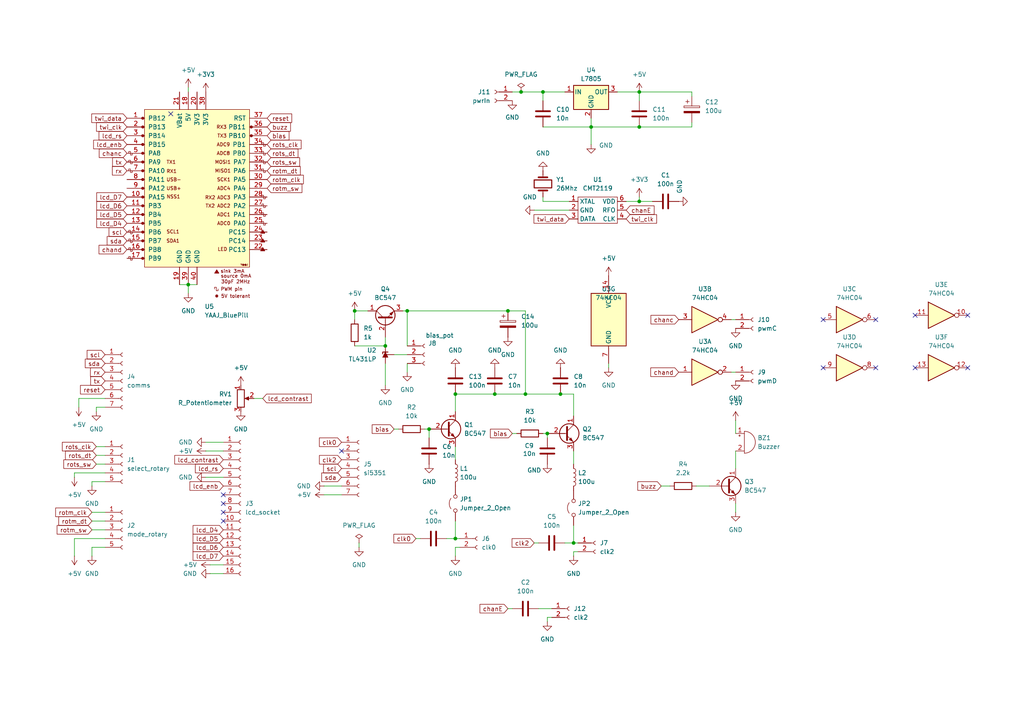
<source format=kicad_sch>
(kicad_sch (version 20231120) (generator "eeschema") (generator_version "8.0")
  (paper "A4")
  (junction (at 171.45 36.83))
  (junction (at 166.37 157.48))
  (junction (at 132.08 114.3))
  (junction (at 124.46 124.46))
  (junction (at 157.48 26.67))
  (junction (at 162.56 114.3))
  (junction (at 54.61 82.55))
  (junction (at 151.13 26.67))
  (junction (at 158.75 125.73))
  (junction (at 185.42 36.83))
  (junction (at 118.11 90.17))
  (junction (at 102.87 90.17))
  (junction (at 143.51 114.3))
  (junction (at 132.08 156.21))
  (junction (at 152.4 114.3))
  (junction (at 111.76 100.33))
  (junction (at 185.42 58.42))
  (junction (at 185.42 26.67))
  (junction (at 147.32 90.17))
  (no_connect (at 64.77 143.51))
  (no_connect (at 254 92.71))
  (no_connect (at 64.77 148.59))
  (no_connect (at 49.53 33.02))
  (no_connect (at 265.43 91.44))
  (no_connect (at 64.77 146.05))
  (no_connect (at 254 106.68))
  (no_connect (at 280.67 106.68))
  (no_connect (at 265.43 106.68))
  (no_connect (at 64.77 151.13))
  (no_connect (at 238.76 92.71))
  (no_connect (at 238.76 106.68))
  (no_connect (at 99.06 130.81))
  (no_connect (at 280.67 91.44))
  (wire (pts (xy 157.48 58.42) (xy 157.48 57.15)))
  (wire (pts (xy 166.37 130.81) (xy 166.37 134.62)))
  (wire (pts (xy 158.75 127) (xy 158.75 125.73)))
  (wire (pts (xy 200.66 35.56) (xy 200.66 36.83)))
  (wire (pts (xy 59.69 130.81) (xy 64.77 130.81)))
  (wire (pts (xy 118.11 105.41) (xy 118.11 107.95)))
  (wire (pts (xy 191.77 140.97) (xy 194.31 140.97)))
  (wire (pts (xy 59.69 138.43) (xy 64.77 138.43)))
  (wire (pts (xy 152.4 114.3) (xy 152.4 90.17)))
  (wire (pts (xy 171.45 36.83) (xy 171.45 41.91)))
  (wire (pts (xy 166.37 160.02) (xy 166.37 161.29)))
  (wire (pts (xy 213.36 146.05) (xy 213.36 148.59)))
  (wire (pts (xy 152.4 114.3) (xy 143.51 114.3)))
  (wire (pts (xy 26.67 148.59) (xy 30.48 148.59)))
  (wire (pts (xy 157.48 36.83) (xy 171.45 36.83)))
  (wire (pts (xy 213.36 130.81) (xy 213.36 135.89)))
  (wire (pts (xy 27.94 118.11) (xy 27.94 119.38)))
  (wire (pts (xy 213.36 121.92) (xy 213.36 125.73)))
  (wire (pts (xy 60.96 163.83) (xy 64.77 163.83)))
  (wire (pts (xy 167.64 160.02) (xy 166.37 160.02)))
  (wire (pts (xy 185.42 58.42) (xy 185.42 57.15)))
  (wire (pts (xy 26.67 153.67) (xy 30.48 153.67)))
  (wire (pts (xy 93.98 140.97) (xy 99.06 140.97)))
  (wire (pts (xy 102.87 90.17) (xy 102.87 92.71)))
  (wire (pts (xy 54.61 82.55) (xy 57.15 82.55)))
  (wire (pts (xy 157.48 26.67) (xy 157.48 29.21)))
  (wire (pts (xy 162.56 114.3) (xy 152.4 114.3)))
  (wire (pts (xy 111.76 97.79) (xy 111.76 100.33)))
  (wire (pts (xy 166.37 114.3) (xy 162.56 114.3)))
  (wire (pts (xy 133.35 158.75) (xy 132.08 158.75)))
  (wire (pts (xy 30.48 158.75) (xy 26.67 158.75)))
  (wire (pts (xy 60.96 166.37) (xy 64.77 166.37)))
  (wire (pts (xy 160.02 179.07) (xy 158.75 179.07)))
  (wire (pts (xy 200.66 26.67) (xy 185.42 26.67)))
  (wire (pts (xy 185.42 58.42) (xy 189.23 58.42)))
  (wire (pts (xy 93.98 143.51) (xy 99.06 143.51)))
  (wire (pts (xy 26.67 158.75) (xy 26.67 161.29)))
  (wire (pts (xy 165.1 60.96) (xy 154.94 60.96)))
  (wire (pts (xy 54.61 25.4) (xy 54.61 26.67)))
  (wire (pts (xy 21.59 156.21) (xy 21.59 161.29)))
  (wire (pts (xy 54.61 82.55) (xy 54.61 85.09)))
  (wire (pts (xy 181.61 58.42) (xy 185.42 58.42)))
  (wire (pts (xy 73.66 115.57) (xy 76.2 115.57)))
  (wire (pts (xy 166.37 157.48) (xy 167.64 157.48)))
  (wire (pts (xy 111.76 105.41) (xy 111.76 111.76)))
  (wire (pts (xy 166.37 152.4) (xy 166.37 157.48)))
  (wire (pts (xy 212.09 92.71) (xy 213.36 92.71)))
  (wire (pts (xy 163.83 26.67) (xy 157.48 26.67)))
  (wire (pts (xy 185.42 29.21) (xy 185.42 26.67)))
  (wire (pts (xy 200.66 27.94) (xy 200.66 26.67)))
  (wire (pts (xy 157.48 125.73) (xy 158.75 125.73)))
  (wire (pts (xy 166.37 120.65) (xy 166.37 114.3)))
  (wire (pts (xy 129.54 156.21) (xy 132.08 156.21)))
  (wire (pts (xy 176.53 105.41) (xy 176.53 106.68)))
  (wire (pts (xy 148.59 125.73) (xy 149.86 125.73)))
  (wire (pts (xy 152.4 90.17) (xy 147.32 90.17)))
  (wire (pts (xy 21.59 137.16) (xy 21.59 138.43)))
  (wire (pts (xy 212.09 107.95) (xy 213.36 107.95)))
  (wire (pts (xy 200.66 36.83) (xy 185.42 36.83)))
  (wire (pts (xy 171.45 34.29) (xy 171.45 36.83)))
  (wire (pts (xy 106.68 90.17) (xy 102.87 90.17)))
  (wire (pts (xy 132.08 114.3) (xy 143.51 114.3)))
  (wire (pts (xy 118.11 90.17) (xy 116.84 90.17)))
  (wire (pts (xy 30.48 137.16) (xy 21.59 137.16)))
  (wire (pts (xy 201.93 140.97) (xy 205.74 140.97)))
  (wire (pts (xy 102.87 100.33) (xy 111.76 100.33)))
  (wire (pts (xy 118.11 100.33) (xy 118.11 90.17)))
  (wire (pts (xy 132.08 129.54) (xy 132.08 133.35)))
  (wire (pts (xy 132.08 151.13) (xy 132.08 156.21)))
  (wire (pts (xy 30.48 139.7) (xy 26.67 139.7)))
  (wire (pts (xy 151.13 26.67) (xy 157.48 26.67)))
  (wire (pts (xy 30.48 156.21) (xy 21.59 156.21)))
  (wire (pts (xy 163.83 157.48) (xy 166.37 157.48)))
  (wire (pts (xy 132.08 114.3) (xy 132.08 119.38)))
  (wire (pts (xy 132.08 158.75) (xy 132.08 161.29)))
  (wire (pts (xy 156.21 176.53) (xy 160.02 176.53)))
  (wire (pts (xy 114.3 124.46) (xy 115.57 124.46)))
  (wire (pts (xy 123.19 124.46) (xy 124.46 124.46)))
  (wire (pts (xy 154.94 157.48) (xy 156.21 157.48)))
  (wire (pts (xy 132.08 156.21) (xy 133.35 156.21)))
  (wire (pts (xy 114.3 102.87) (xy 118.11 102.87)))
  (wire (pts (xy 26.67 139.7) (xy 26.67 140.97)))
  (wire (pts (xy 27.94 134.62) (xy 30.48 134.62)))
  (wire (pts (xy 165.1 58.42) (xy 157.48 58.42)))
  (wire (pts (xy 120.65 156.21) (xy 121.92 156.21)))
  (wire (pts (xy 52.07 82.55) (xy 54.61 82.55)))
  (wire (pts (xy 185.42 26.67) (xy 179.07 26.67)))
  (wire (pts (xy 158.75 179.07) (xy 158.75 180.34)))
  (wire (pts (xy 124.46 124.46) (xy 124.46 127)))
  (wire (pts (xy 27.94 132.08) (xy 30.48 132.08)))
  (wire (pts (xy 26.67 151.13) (xy 30.48 151.13)))
  (wire (pts (xy 171.45 36.83) (xy 185.42 36.83)))
  (wire (pts (xy 22.86 115.57) (xy 22.86 118.11)))
  (wire (pts (xy 147.32 176.53) (xy 148.59 176.53)))
  (wire (pts (xy 30.48 118.11) (xy 27.94 118.11)))
  (wire (pts (xy 59.69 128.27) (xy 64.77 128.27)))
  (wire (pts (xy 104.14 157.48) (xy 104.14 158.75)))
  (wire (pts (xy 27.94 129.54) (xy 30.48 129.54)))
  (wire (pts (xy 147.32 90.17) (xy 118.11 90.17)))
  (wire (pts (xy 148.59 26.67) (xy 151.13 26.67)))
  (wire (pts (xy 30.48 115.57) (xy 22.86 115.57)))
  (global_label "rots_sw" (shape input) (at 27.94 134.62 180) (property "Intersheetrefs" "${INTERSHEET_REFS}" (effects (hide yes))))
  (global_label "chanc" (shape input) (at 196.85 92.71 180) (property "Intersheetrefs" "${INTERSHEET_REFS}" (effects (hide yes))))
  (global_label "bias" (shape input) (at 114.3 124.46 180) (property "Intersheetrefs" "${INTERSHEET_REFS}" (effects (hide yes))))
  (global_label "buzz" (shape input) (at 77.47 36.83 0) (property "Intersheetrefs" "${INTERSHEET_REFS}" (effects (hide yes))))
  (global_label "rots_clk" (shape input) (at 27.94 129.54 180) (property "Intersheetrefs" "${INTERSHEET_REFS}" (effects (hide yes))))
  (global_label "lcd_rs" (shape input) (at 64.77 135.89 180) (property "Intersheetrefs" "${INTERSHEET_REFS}" (effects (hide yes))))
  (global_label "twi_data" (shape input) (at 165.1 63.5 180) (property "Intersheetrefs" "${INTERSHEET_REFS}" (effects (hide yes))))
  (global_label "buzz" (shape input) (at 191.77 140.97 180) (property "Intersheetrefs" "${INTERSHEET_REFS}" (effects (hide yes))))
  (global_label "lcd_enb" (shape input) (at 36.83 41.91 180) (property "Intersheetrefs" "${INTERSHEET_REFS}" (effects (hide yes))))
  (global_label "twi_data" (shape input) (at 36.83 34.29 180) (property "Intersheetrefs" "${INTERSHEET_REFS}" (effects (hide yes))))
  (global_label "clk2" (shape input) (at 154.94 157.48 180) (property "Intersheetrefs" "${INTERSHEET_REFS}" (effects (hide yes))))
  (global_label "rx" (shape input) (at 36.83 49.53 180) (property "Intersheetrefs" "${INTERSHEET_REFS}" (effects (hide yes))))
  (global_label "rots_dt" (shape input) (at 77.47 44.45 0) (property "Intersheetrefs" "${INTERSHEET_REFS}" (effects (hide yes))))
  (global_label "rotm_clk" (shape input) (at 26.67 148.59 180) (property "Intersheetrefs" "${INTERSHEET_REFS}" (effects (hide yes))))
  (global_label "chand" (shape input) (at 196.85 107.95 180) (property "Intersheetrefs" "${INTERSHEET_REFS}" (effects (hide yes))))
  (global_label "scl" (shape input) (at 99.06 135.89 180) (property "Intersheetrefs" "${INTERSHEET_REFS}" (effects (hide yes))))
  (global_label "lcd_D7" (shape input) (at 64.77 161.29 180) (property "Intersheetrefs" "${INTERSHEET_REFS}" (effects (hide yes))))
  (global_label "scl" (shape input) (at 30.48 102.87 180) (property "Intersheetrefs" "${INTERSHEET_REFS}" (effects (hide yes))))
  (global_label "bias" (shape input) (at 148.59 125.73 180) (property "Intersheetrefs" "${INTERSHEET_REFS}" (effects (hide yes))))
  (global_label "clk0" (shape input) (at 120.65 156.21 180) (property "Intersheetrefs" "${INTERSHEET_REFS}" (effects (hide yes))))
  (global_label "reset" (shape input) (at 30.48 113.03 180) (property "Intersheetrefs" "${INTERSHEET_REFS}" (effects (hide yes))))
  (global_label "rotm_clk" (shape input) (at 77.47 52.07 0) (property "Intersheetrefs" "${INTERSHEET_REFS}" (effects (hide yes))))
  (global_label "lcd_D5" (shape input) (at 64.77 156.21 180) (property "Intersheetrefs" "${INTERSHEET_REFS}" (effects (hide yes))))
  (global_label "lcd_D7" (shape input) (at 36.83 57.15 180) (property "Intersheetrefs" "${INTERSHEET_REFS}" (effects (hide yes))))
  (global_label "clk2" (shape input) (at 99.06 133.35 180) (property "Intersheetrefs" "${INTERSHEET_REFS}" (effects (hide yes))))
  (global_label "lcd_contrast" (shape input) (at 76.2 115.57 0) (property "Intersheetrefs" "${INTERSHEET_REFS}" (effects (hide yes))))
  (global_label "lcd_D5" (shape input) (at 36.83 62.23 180) (property "Intersheetrefs" "${INTERSHEET_REFS}" (effects (hide yes))))
  (global_label "chanc" (shape input) (at 36.83 44.45 180) (property "Intersheetrefs" "${INTERSHEET_REFS}" (effects (hide yes))))
  (global_label "lcd_D6" (shape input) (at 36.83 59.69 180) (property "Intersheetrefs" "${INTERSHEET_REFS}" (effects (hide yes))))
  (global_label "sda" (shape input) (at 36.83 69.85 180) (property "Intersheetrefs" "${INTERSHEET_REFS}" (effects (hide yes))))
  (global_label "reset" (shape input) (at 77.47 34.29 0) (property "Intersheetrefs" "${INTERSHEET_REFS}" (effects (hide yes))))
  (global_label "rots_clk" (shape input) (at 77.47 41.91 0) (property "Intersheetrefs" "${INTERSHEET_REFS}" (effects (hide yes))))
  (global_label "chanE" (shape input) (at 147.32 176.53 180) (property "Intersheetrefs" "${INTERSHEET_REFS}" (effects (hide yes))))
  (global_label "rots_sw" (shape input) (at 77.47 46.99 0) (property "Intersheetrefs" "${INTERSHEET_REFS}" (effects (hide yes))))
  (global_label "sda" (shape input) (at 30.48 105.41 180) (property "Intersheetrefs" "${INTERSHEET_REFS}" (effects (hide yes))))
  (global_label "scl" (shape input) (at 36.83 67.31 180) (property "Intersheetrefs" "${INTERSHEET_REFS}" (effects (hide yes))))
  (global_label "rotm_sw" (shape input) (at 77.47 54.61 0) (property "Intersheetrefs" "${INTERSHEET_REFS}" (effects (hide yes))))
  (global_label "rotm_dt" (shape input) (at 77.47 49.53 0) (property "Intersheetrefs" "${INTERSHEET_REFS}" (effects (hide yes))))
  (global_label "twi_clk" (shape input) (at 181.61 63.5 0) (property "Intersheetrefs" "${INTERSHEET_REFS}" (effects (hide yes))))
  (global_label "lcd_contrast" (shape input) (at 64.77 133.35 180) (property "Intersheetrefs" "${INTERSHEET_REFS}" (effects (hide yes))))
  (global_label "lcd_D4" (shape input) (at 64.77 153.67 180) (property "Intersheetrefs" "${INTERSHEET_REFS}" (effects (hide yes))))
  (global_label "rotm_sw" (shape input) (at 26.67 153.67 180) (property "Intersheetrefs" "${INTERSHEET_REFS}" (effects (hide yes))))
  (global_label "twi_clk" (shape input) (at 36.83 36.83 180) (property "Intersheetrefs" "${INTERSHEET_REFS}" (effects (hide yes))))
  (global_label "chand" (shape input) (at 36.83 72.39 180) (property "Intersheetrefs" "${INTERSHEET_REFS}" (effects (hide yes))))
  (global_label "rx" (shape input) (at 30.48 107.95 180) (property "Intersheetrefs" "${INTERSHEET_REFS}" (effects (hide yes))))
  (global_label "lcd_D4" (shape input) (at 36.83 64.77 180) (property "Intersheetrefs" "${INTERSHEET_REFS}" (effects (hide yes))))
  (global_label "rotm_dt" (shape input) (at 26.67 151.13 180) (property "Intersheetrefs" "${INTERSHEET_REFS}" (effects (hide yes))))
  (global_label "lcd_rs" (shape input) (at 36.83 39.37 180) (property "Intersheetrefs" "${INTERSHEET_REFS}" (effects (hide yes))))
  (global_label "clk0" (shape input) (at 99.06 128.27 180) (property "Intersheetrefs" "${INTERSHEET_REFS}" (effects (hide yes))))
  (global_label "chanE" (shape input) (at 181.61 60.96 0) (property "Intersheetrefs" "${INTERSHEET_REFS}" (effects (hide yes))))
  (global_label "rots_dt" (shape input) (at 27.94 132.08 180) (property "Intersheetrefs" "${INTERSHEET_REFS}" (effects (hide yes))))
  (global_label "lcd_D6" (shape input) (at 64.77 158.75 180) (property "Intersheetrefs" "${INTERSHEET_REFS}" (effects (hide yes))))
  (global_label "lcd_enb" (shape input) (at 64.77 140.97 180) (property "Intersheetrefs" "${INTERSHEET_REFS}" (effects (hide yes))))
  (global_label "tx" (shape input) (at 36.83 46.99 180) (property "Intersheetrefs" "${INTERSHEET_REFS}" (effects (hide yes))))
  (global_label "bias" (shape input) (at 77.47 39.37 0) (property "Intersheetrefs" "${INTERSHEET_REFS}" (effects (hide yes))))
  (global_label "sda" (shape input) (at 99.06 138.43 180) (property "Intersheetrefs" "${INTERSHEET_REFS}" (effects (hide yes))))
  (global_label "tx" (shape input) (at 30.48 110.49 180) (property "Intersheetrefs" "${INTERSHEET_REFS}" (effects (hide yes))))
  (symbol (lib_id "Connector:Conn_01x05_Socket") (at 35.56 153.67 0) (unit 1)
    (property "Reference" "J2" (at 36.83 152.3999 0) (effects (justify left)))
    (property "Value" "mode_rotary" (at 36.83 154.9399 0) (effects (justify left)))
    (property "Footprint" "Connector_PinHeader_2.54mm:PinHeader_1x05_P2.54mm_Vertical" (effects (hide yes)))
    (property "Description" "Generic connector, single row, 01x05, script generated" (effects (hide yes)))
  )
  (symbol (lib_id "Device:C") (at 162.56 110.49 0) (unit 1)
    (property "Reference" "C8" (at 166.37 109.2199 0) (effects (justify left)))
    (property "Value" "10n" (at 166.37 111.7599 0) (effects (justify left)))
    (property "Footprint" "Capacitor_THT:C_Disc_D5.0mm_W2.5mm_P2.50mm" (effects (hide yes)))
    (property "Description" "Unpolarized capacitor" (effects (hide yes)))
  )
  (symbol (lib_id "power:+5V") (at 21.59 138.43 180) (unit 1)
    (property "Reference" "#PWR07" (effects (hide yes)))
    (property "Value" "+5V" (at 21.59 143.51 0))
    (property "Description" "Power symbol creates a global label with name \"+5V\"" (effects (hide yes)))
  )
  (symbol (lib_id "Device:C") (at 160.02 157.48 90) (unit 1)
    (property "Reference" "C5" (at 160.02 149.86 90))
    (property "Value" "100n" (at 160.02 152.4 90))
    (property "Footprint" "Capacitor_THT:C_Disc_D5.0mm_W2.5mm_P2.50mm" (effects (hide yes)))
    (property "Description" "Unpolarized capacitor" (effects (hide yes)))
  )
  (symbol (lib_id "power:GND") (at 132.08 161.29 0) (unit 1)
    (property "Reference" "#PWR022" (effects (hide yes)))
    (property "Value" "GND" (at 132.08 166.37 0))
    (property "Description" "Power symbol creates a global label with name \"GND\" , ground" (effects (hide yes)))
  )
  (symbol (lib_id "power:+5V") (at 60.96 163.83 90) (unit 1)
    (property "Reference" "#PWR014" (effects (hide yes)))
    (property "Value" "+5V" (at 57.15 163.8299 90) (effects (justify left)))
    (property "Description" "Power symbol creates a global label with name \"+5V\"" (effects (hide yes)))
  )
  (symbol (lib_id "power:GND") (at 213.36 148.59 0) (unit 1)
    (property "Reference" "#PWR023" (effects (hide yes)))
    (property "Value" "GND" (at 213.36 153.67 0))
    (property "Description" "Power symbol creates a global label with name \"GND\" , ground" (effects (hide yes)))
  )
  (symbol (lib_id "power:+5V") (at 93.98 143.51 90) (unit 1)
    (property "Reference" "#PWR020" (effects (hide yes)))
    (property "Value" "+5V" (at 90.17 143.5099 90) (effects (justify left)))
    (property "Description" "Power symbol creates a global label with name \"+5V\"" (effects (hide yes)))
  )
  (symbol (lib_id "power:+5V") (at 54.61 25.4 0) (unit 1)
    (property "Reference" "#PWR02" (effects (hide yes)))
    (property "Value" "+5V" (at 54.61 20.32 0))
    (property "Description" "Power symbol creates a global label with name \"+5V\"" (effects (hide yes)))
  )
  (symbol (lib_id "Device:C") (at 125.73 156.21 90) (unit 1)
    (property "Reference" "C4" (at 125.73 148.59 90))
    (property "Value" "100n" (at 125.73 151.13 90))
    (property "Footprint" "Capacitor_THT:C_Disc_D5.0mm_W2.5mm_P2.50mm" (effects (hide yes)))
    (property "Description" "Unpolarized capacitor" (effects (hide yes)))
  )
  (symbol (lib_id "power:+5V") (at 22.86 118.11 180) (unit 1)
    (property "Reference" "#PWR016" (effects (hide yes)))
    (property "Value" "+5V" (at 22.86 123.19 0))
    (property "Description" "Power symbol creates a global label with name \"+5V\"" (effects (hide yes)))
  )
  (symbol (lib_id "Connector:Conn_01x05_Socket") (at 35.56 134.62 0) (unit 1)
    (property "Reference" "J1" (at 36.83 133.3499 0) (effects (justify left)))
    (property "Value" "select_rotary" (at 36.83 135.8899 0) (effects (justify left)))
    (property "Footprint" "Connector_PinHeader_2.54mm:PinHeader_1x05_P2.54mm_Vertical" (effects (hide yes)))
    (property "Description" "Generic connector, single row, 01x05, script generated" (effects (hide yes)))
  )
  (symbol (lib_id "power:GND") (at 124.46 134.62 0) (unit 1)
    (property "Reference" "#PWR025" (effects (hide yes)))
    (property "Value" "GND" (at 124.46 139.7 0))
    (property "Description" "Power symbol creates a global label with name \"GND\" , ground" (effects (hide yes)))
  )
  (symbol (lib_id "power:PWR_FLAG") (at 104.14 157.48 0) (unit 1)
    (property "Reference" "#FLG02" (effects (hide yes)))
    (property "Value" "PWR_FLAG" (at 104.14 152.4 0))
    (property "Description" "Special symbol for telling ERC where power comes from" (effects (hide yes)))
  )
  (symbol (lib_id "Device:C") (at 132.08 110.49 0) (unit 1)
    (property "Reference" "C13" (at 135.89 109.2199 0) (effects (justify left)))
    (property "Value" "100n" (at 135.89 111.7599 0) (effects (justify left)))
    (property "Footprint" "Capacitor_THT:C_Disc_D5.0mm_W2.5mm_P2.50mm" (effects (hide yes)))
    (property "Description" "Unpolarized capacitor" (effects (hide yes)))
  )
  (symbol (lib_id "power:GND") (at 26.67 140.97 0) (unit 1)
    (property "Reference" "#PWR06" (effects (hide yes)))
    (property "Value" "GND" (at 26.67 146.05 0))
    (property "Description" "Power symbol creates a global label with name \"GND\" , ground" (effects (hide yes)))
  )
  (symbol (lib_id "power:GND") (at 118.11 107.95 0) (unit 1)
    (property "Reference" "#PWR031" (effects (hide yes)))
    (property "Value" "GND" (at 118.11 113.03 0))
    (property "Description" "Power symbol creates a global label with name \"GND\" , ground" (effects (hide yes)))
  )
  (symbol (lib_id "Jumper:Jumper_2_Open") (at 166.37 147.32 90) (unit 1) (exclude_from_sim yes)
    (property "Reference" "JP2" (at 167.64 146.0499 90) (effects (justify right)))
    (property "Value" "Jumper_2_Open" (at 167.64 148.5899 90) (effects (justify right)))
    (property "Footprint" "Connector_PinHeader_2.54mm:PinHeader_1x02_P2.54mm_Vertical" (effects (hide yes)))
    (property "Description" "Jumper, 2-pole, open" (effects (hide yes)))
  )
  (symbol (lib_id "Regulator_Linear:L7805") (at 171.45 26.67 0) (unit 1)
    (property "Reference" "U4" (at 171.45 20.32 0))
    (property "Value" "L7805" (at 171.45 22.86 0))
    (property "Footprint" "Package_TO_SOT_THT:TO-220-3_Vertical" (effects (hide yes)))
    (property "Datasheet" "http://www.st.com/content/ccc/resource/technical/document/datasheet/41/4f/b3/b0/12/d4/47/88/CD00000444.pdf/files/CD00000444.pdf/jcr:content/translations/en.CD00000444.pdf" (effects (hide yes)))
    (property "Description" "Positive 1.5A 35V Linear Regulator, Fixed Output 5V, TO-220/TO-263/TO-252" (effects (hide yes)))
  )
  (symbol (lib_id "Device:R") (at 102.87 96.52 180) (unit 1)
    (property "Reference" "R5" (at 105.41 95.2499 0) (effects (justify right)))
    (property "Value" "1k" (at 105.41 97.7899 0) (effects (justify right)))
    (property "Footprint" "Resistor_THT:R_Axial_DIN0207_L6.3mm_D2.5mm_P10.16mm_Horizontal" (effects (hide yes)))
    (property "Description" "Resistor" (effects (hide yes)))
  )
  (symbol (lib_id "Connector:Conn_01x02_Socket") (at 138.43 156.21 0) (unit 1)
    (property "Reference" "J6" (at 139.7 156.2099 0) (effects (justify left)))
    (property "Value" "clk0" (at 139.7 158.7499 0) (effects (justify left)))
    (property "Footprint" "Connector_PinHeader_2.54mm:PinHeader_1x02_P2.54mm_Vertical" (effects (hide yes)))
    (property "Description" "Generic connector, single row, 01x02, script generated" (effects (hide yes)))
  )
  (symbol (lib_id "Device:C") (at 143.51 110.49 0) (unit 1)
    (property "Reference" "C7" (at 147.32 109.2199 0) (effects (justify left)))
    (property "Value" "10n" (at 147.32 111.7599 0) (effects (justify left)))
    (property "Footprint" "Capacitor_THT:C_Disc_D5.0mm_W2.5mm_P2.50mm" (effects (hide yes)))
    (property "Description" "Unpolarized capacitor" (effects (hide yes)))
  )
  (symbol (lib_id "74xx:74HC04") (at 204.47 92.71 0) (unit 2)
    (property "Reference" "U3" (at 204.47 83.82 0))
    (property "Value" "74HC04" (at 204.47 86.36 0))
    (property "Footprint" "Package_DIP:DIP-14_W7.62mm" (effects (hide yes)))
    (property "Datasheet" "https://assets.nexperia.com/documents/data-sheet/74HC_HCT04.pdf" (effects (hide yes)))
    (property "Description" "Hex Inverter" (effects (hide yes)))
  )
  (symbol (lib_id "74xx:74HC04") (at 246.38 92.71 0) (unit 3)
    (property "Reference" "U3" (at 246.38 83.82 0))
    (property "Value" "74HC04" (at 246.38 86.36 0))
    (property "Footprint" "Package_DIP:DIP-14_W7.62mm" (effects (hide yes)))
    (property "Datasheet" "https://assets.nexperia.com/documents/data-sheet/74HC_HCT04.pdf" (effects (hide yes)))
    (property "Description" "Hex Inverter" (effects (hide yes)))
  )
  (symbol (lib_id "Connector:Conn_01x07_Socket") (at 104.14 135.89 0) (unit 1)
    (property "Reference" "J5" (at 105.41 134.6199 0) (effects (justify left)))
    (property "Value" "si5351" (at 105.41 137.1599 0) (effects (justify left)))
    (property "Footprint" "Connector_PinHeader_2.54mm:PinHeader_1x07_P2.54mm_Vertical" (effects (hide yes)))
    (property "Description" "Generic connector, single row, 01x07, script generated" (effects (hide yes)))
  )
  (symbol (lib_id "Device:R") (at 198.12 140.97 90) (unit 1)
    (property "Reference" "R4" (at 198.12 134.62 90))
    (property "Value" "2.2k" (at 198.12 137.16 90))
    (property "Footprint" "Resistor_THT:R_Axial_DIN0207_L6.3mm_D2.5mm_P10.16mm_Horizontal" (effects (hide yes)))
    (property "Description" "Resistor" (effects (hide yes)))
  )
  (symbol (lib_id "power:GND") (at 69.85 119.38 0) (unit 1)
    (property "Reference" "#PWR017" (effects (hide yes)))
    (property "Value" "GND" (at 69.85 124.46 0))
    (property "Description" "Power symbol creates a global label with name \"GND\" , ground" (effects (hide yes)))
  )
  (symbol (lib_id "power:GND") (at 162.56 106.68 180) (unit 1)
    (property "Reference" "#PWR027" (effects (hide yes)))
    (property "Value" "GND" (at 162.56 101.6 0))
    (property "Description" "Power symbol creates a global label with name \"GND\" , ground" (effects (hide yes)))
  )
  (symbol (lib_id "power:+3V3") (at 59.69 26.67 0) (unit 1)
    (property "Reference" "#PWR01" (effects (hide yes)))
    (property "Value" "+3V3" (at 59.69 21.59 0))
    (property "Description" "Power symbol creates a global label with name \"+3V3\"" (effects (hide yes)))
  )
  (symbol (lib_id "power:PWR_FLAG") (at 151.13 26.67 0) (unit 1)
    (property "Reference" "#FLG03" (effects (hide yes)))
    (property "Value" "PWR_FLAG" (at 151.13 21.59 0))
    (property "Description" "Special symbol for telling ERC where power comes from" (effects (hide yes)))
  )
  (symbol (lib_id "power:GND") (at 93.98 140.97 270) (unit 1)
    (property "Reference" "#PWR019" (effects (hide yes)))
    (property "Value" "GND" (at 90.17 140.9699 90) (effects (justify right)))
    (property "Description" "Power symbol creates a global label with name \"GND\" , ground" (effects (hide yes)))
  )
  (symbol (lib_id "power:+5V") (at 213.36 121.92 0) (unit 1)
    (property "Reference" "#PWR024" (effects (hide yes)))
    (property "Value" "+5V" (at 213.36 116.84 0))
    (property "Description" "Power symbol creates a global label with name \"+5V\"" (effects (hide yes)))
  )
  (symbol (lib_id "Device:L") (at 166.37 138.43 0) (unit 1)
    (property "Reference" "L2" (at 167.64 137.1599 0) (effects (justify left)))
    (property "Value" "100u" (at 167.64 139.6999 0) (effects (justify left)))
    (property "Footprint" "Inductor_THT:L_Toroid_Vertical_L14.7mm_W8.6mm_P5.58mm_Pulse_KM-1" (effects (hide yes)))
    (property "Description" "Inductor" (effects (hide yes)))
  )
  (symbol (lib_id "power:GND") (at 132.08 106.68 180) (unit 1)
    (property "Reference" "#PWR040" (effects (hide yes)))
    (property "Value" "GND" (at 132.08 101.6 0))
    (property "Description" "Power symbol creates a global label with name \"GND\" , ground" (effects (hide yes)))
  )
  (symbol (lib_id "power:GND") (at 54.61 85.09 0) (unit 1)
    (property "Reference" "#PWR03" (effects (hide yes)))
    (property "Value" "GND" (at 54.61 90.17 0))
    (property "Description" "Power symbol creates a global label with name \"GND\" , ground" (effects (hide yes)))
  )
  (symbol (lib_id "Transistor_BJT:BC547") (at 210.82 140.97 0) (unit 1)
    (property "Reference" "Q3" (at 215.9 139.6999 0) (effects (justify left)))
    (property "Value" "BC547" (at 215.9 142.2399 0) (effects (justify left)))
    (property "Footprint" "Package_TO_SOT_THT:TO-92_Inline" (effects (hide yes)))
    (property "Datasheet" "https://www.onsemi.com/pub/Collateral/BC550-D.pdf" (effects (hide yes)))
    (property "Description" "0.1A Ic, 45V Vce, Small Signal NPN Transistor, TO-92" (effects (hide yes)))
  )
  (symbol (lib_id "YAAJ_BluePill:YAAJ_BluePill") (at 57.15 54.61 0) (unit 1)
    (property "Reference" "U5" (at 59.3441 88.9 0) (effects (justify left)))
    (property "Value" "YAAJ_BluePill" (at 59.3441 91.44 0) (effects (justify left)))
    (property "Footprint" "Footprints:YAAJ_BluePill_2" (effects (hide yes)))
    (property "Description" "STM32 Blue Pill ; KLC compliant" (effects (hide yes)))
  )
  (symbol (lib_id "Device:C") (at 158.75 130.81 0) (unit 1)
    (property "Reference" "C9" (at 152.146 129.286 0) (effects (justify left)))
    (property "Value" "10n" (at 151.638 131.572 0) (effects (justify left)))
    (property "Footprint" "Capacitor_THT:C_Disc_D5.0mm_W2.5mm_P2.50mm" (effects (hide yes)))
    (property "Description" "Unpolarized capacitor" (effects (hide yes)))
  )
  (symbol (lib_id "Connector:Conn_01x07_Socket") (at 35.56 110.49 0) (unit 1)
    (property "Reference" "J4" (at 36.83 109.2199 0) (effects (justify left)))
    (property "Value" "comms" (at 36.83 111.7599 0) (effects (justify left)))
    (property "Footprint" "Connector_PinHeader_2.54mm:PinHeader_1x07_P2.54mm_Vertical" (effects (hide yes)))
    (property "Description" "Generic connector, single row, 01x07, script generated" (effects (hide yes)))
  )
  (symbol (lib_id "Connector:Conn_01x02_Socket") (at 143.51 26.67 0) (mirror y) (unit 1)
    (property "Reference" "J11" (at 142.24 26.6699 0) (effects (justify left)))
    (property "Value" "pwrIn" (at 142.24 29.2099 0) (effects (justify left)))
    (property "Footprint" "Connector_PinHeader_2.54mm:PinHeader_1x02_P2.54mm_Vertical" (effects (hide yes)))
    (property "Description" "Generic connector, single row, 01x02, script generated" (effects (hide yes)))
  )
  (symbol (lib_id "power:GND") (at 60.96 166.37 270) (unit 1)
    (property "Reference" "#PWR013" (effects (hide yes)))
    (property "Value" "GND" (at 57.15 166.3699 90) (effects (justify right)))
    (property "Description" "Power symbol creates a global label with name \"GND\" , ground" (effects (hide yes)))
  )
  (symbol (lib_id "Device:C") (at 185.42 33.02 180) (unit 1)
    (property "Reference" "C11" (at 189.23 31.7499 0) (effects (justify right)))
    (property "Value" "100n" (at 189.23 34.2899 0) (effects (justify right)))
    (property "Footprint" "Capacitor_THT:C_Disc_D5.0mm_W2.5mm_P2.50mm" (effects (hide yes)))
    (property "Description" "Unpolarized capacitor" (effects (hide yes)))
  )
  (symbol (lib_id "power:GND") (at 147.32 97.79 0) (unit 1)
    (property "Reference" "#PWR041" (effects (hide yes)))
    (property "Value" "GND" (at 147.32 102.87 0))
    (property "Description" "Power symbol creates a global label with name \"GND\" , ground" (effects (hide yes)))
  )
  (symbol (lib_id "Transistor_BJT:BC547") (at 163.83 125.73 0) (unit 1)
    (property "Reference" "Q2" (at 168.91 124.4599 0) (effects (justify left)))
    (property "Value" "BC547" (at 168.91 126.9999 0) (effects (justify left)))
    (property "Footprint" "Package_TO_SOT_THT:TO-92_Inline" (effects (hide yes)))
    (property "Datasheet" "https://www.onsemi.com/pub/Collateral/BC550-D.pdf" (effects (hide yes)))
    (property "Description" "0.1A Ic, 45V Vce, Small Signal NPN Transistor, TO-92" (effects (hide yes)))
  )
  (symbol (lib_id "CMT:cmt2119") (at 173.99 60.96 0) (unit 1)
    (property "Reference" "U1" (at 173.355 52.07 0))
    (property "Value" "CMT2119" (at 173.355 54.61 0))
    (property "Footprint" "Package_TO_SOT_SMD:SOT-23-6_Handsoldering" (effects (hide yes)))
  )
  (symbol (lib_id "Device:R_Potentiometer") (at 69.85 115.57 0) (unit 1)
    (property "Reference" "RV1" (at 67.31 114.2999 0) (effects (justify right)))
    (property "Value" "R_Potentiometer" (at 67.31 116.8399 0) (effects (justify right)))
    (property "Footprint" "Potentiometer_THT:Potentiometer_Bourns_3386P_Vertical" (effects (hide yes)))
    (property "Description" "Potentiometer" (effects (hide yes)))
  )
  (symbol (lib_id "Device:R") (at 119.38 124.46 90) (unit 1)
    (property "Reference" "R2" (at 119.38 118.11 90))
    (property "Value" "10k" (at 119.38 120.65 90))
    (property "Footprint" "Resistor_THT:R_Axial_DIN0207_L6.3mm_D2.5mm_P10.16mm_Horizontal" (effects (hide yes)))
    (property "Description" "Resistor" (effects (hide yes)))
  )
  (symbol (lib_id "Connector:Conn_01x16_Socket") (at 69.85 146.05 0) (unit 1)
    (property "Reference" "J3" (at 71.12 146.0499 0) (effects (justify left)))
    (property "Value" "lcd_socket" (at 71.12 148.5899 0) (effects (justify left)))
    (property "Footprint" "Connector_PinHeader_2.54mm:PinHeader_1x16_P2.54mm_Vertical" (effects (hide yes)))
    (property "Description" "Generic connector, single row, 01x16, script generated" (effects (hide yes)))
  )
  (symbol (lib_id "74xx:74HC04") (at 246.38 106.68 0) (unit 4)
    (property "Reference" "U3" (at 246.38 97.79 0))
    (property "Value" "74HC04" (at 246.38 100.33 0))
    (property "Footprint" "Package_DIP:DIP-14_W7.62mm" (effects (hide yes)))
    (property "Datasheet" "https://assets.nexperia.com/documents/data-sheet/74HC_HCT04.pdf" (effects (hide yes)))
    (property "Description" "Hex Inverter" (effects (hide yes)))
  )
  (symbol (lib_id "power:GND") (at 59.69 138.43 270) (unit 1)
    (property "Reference" "#PWR012" (effects (hide yes)))
    (property "Value" "GND" (at 55.88 138.4299 90) (effects (justify right)))
    (property "Description" "Power symbol creates a global label with name \"GND\" , ground" (effects (hide yes)))
  )
  (symbol (lib_id "Device:L") (at 132.08 137.16 0) (unit 1)
    (property "Reference" "L1" (at 133.35 135.8899 0) (effects (justify left)))
    (property "Value" "100u" (at 133.35 138.4299 0) (effects (justify left)))
    (property "Footprint" "Inductor_THT:L_Toroid_Vertical_L14.7mm_W8.6mm_P5.58mm_Pulse_KM-1" (effects (hide yes)))
    (property "Description" "Inductor" (effects (hide yes)))
  )
  (symbol (lib_id "power:GND") (at 213.36 95.25 0) (unit 1)
    (property "Reference" "#PWR033" (effects (hide yes)))
    (property "Value" "GND" (at 213.36 100.33 0))
    (property "Description" "Power symbol creates a global label with name \"GND\" , ground" (effects (hide yes)))
  )
  (symbol (lib_id "74xx:74HC04") (at 176.53 92.71 0) (unit 7)
    (property "Reference" "U3" (at 176.53 83.82 0))
    (property "Value" "74HC04" (at 176.53 86.36 0))
    (property "Footprint" "Package_DIP:DIP-14_W7.62mm" (effects (hide yes)))
    (property "Datasheet" "https://assets.nexperia.com/documents/data-sheet/74HC_HCT04.pdf" (effects (hide yes)))
    (property "Description" "Hex Inverter" (effects (hide yes)))
  )
  (symbol (lib_id "Transistor_BJT:BC547") (at 111.76 92.71 90) (unit 1)
    (property "Reference" "Q4" (at 111.76 83.82 90))
    (property "Value" "BC547" (at 111.76 86.36 90))
    (property "Footprint" "Package_TO_SOT_THT:TO-92_Inline" (effects (hide yes)))
    (property "Datasheet" "https://www.onsemi.com/pub/Collateral/BC550-D.pdf" (effects (hide yes)))
    (property "Description" "0.1A Ic, 45V Vce, Small Signal NPN Transistor, TO-92" (effects (hide yes)))
  )
  (symbol (lib_id "Device:C") (at 193.04 58.42 270) (unit 1)
    (property "Reference" "C1" (at 193.04 50.8 90))
    (property "Value" "100n" (at 193.04 53.34 90))
    (property "Footprint" "Capacitor_THT:C_Disc_D5.0mm_W2.5mm_P2.50mm" (effects (hide yes)))
    (property "Description" "Unpolarized capacitor" (effects (hide yes)))
  )
  (symbol (lib_id "power:+5V") (at 59.69 130.81 90) (unit 1)
    (property "Reference" "#PWR011" (effects (hide yes)))
    (property "Value" "+5V" (at 55.88 130.8099 90) (effects (justify left)))
    (property "Description" "Power symbol creates a global label with name \"+5V\"" (effects (hide yes)))
  )
  (symbol (lib_id "power:GND") (at 196.85 58.42 90) (unit 1)
    (property "Reference" "#PWR043" (effects (hide yes)))
    (property "Value" "GND" (at 197.104 54.102 0))
    (property "Description" "Power symbol creates a global label with name \"GND\" , ground" (effects (hide yes)))
  )
  (symbol (lib_id "power:GND") (at 166.37 161.29 0) (unit 1)
    (property "Reference" "#PWR021" (effects (hide yes)))
    (property "Value" "GND" (at 166.37 166.37 0))
    (property "Description" "Power symbol creates a global label with name \"GND\" , ground" (effects (hide yes)))
  )
  (symbol (lib_id "power:GND") (at 26.67 161.29 0) (unit 1)
    (property "Reference" "#PWR09" (effects (hide yes)))
    (property "Value" "GND" (at 26.67 166.37 0))
    (property "Description" "Power symbol creates a global label with name \"GND\" , ground" (effects (hide yes)))
  )
  (symbol (lib_id "Transistor_BJT:BC547") (at 129.54 124.46 0) (unit 1)
    (property "Reference" "Q1" (at 134.62 123.1899 0) (effects (justify left)))
    (property "Value" "BC547" (at 134.62 125.7299 0) (effects (justify left)))
    (property "Footprint" "Package_TO_SOT_THT:TO-92_Inline" (effects (hide yes)))
    (property "Datasheet" "https://www.onsemi.com/pub/Collateral/BC550-D.pdf" (effects (hide yes)))
    (property "Description" "0.1A Ic, 45V Vce, Small Signal NPN Transistor, TO-92" (effects (hide yes)))
  )
  (symbol (lib_id "Device:R") (at 153.67 125.73 90) (unit 1)
    (property "Reference" "R3" (at 153.67 119.38 90))
    (property "Value" "10k" (at 153.67 121.92 90))
    (property "Footprint" "Resistor_THT:R_Axial_DIN0207_L6.3mm_D2.5mm_P10.16mm_Horizontal" (effects (hide yes)))
    (property "Description" "Resistor" (effects (hide yes)))
  )
  (symbol (lib_id "Connector:Conn_01x02_Socket") (at 218.44 107.95 0) (unit 1)
    (property "Reference" "J9" (at 219.71 107.9499 0) (effects (justify left)))
    (property "Value" "pwmD" (at 219.71 110.4899 0) (effects (justify left)))
    (property "Footprint" "Connector_PinHeader_2.54mm:PinHeader_1x02_P2.54mm_Vertical" (effects (hide yes)))
    (property "Description" "Generic connector, single row, 01x02, script generated" (effects (hide yes)))
  )
  (symbol (lib_id "power:GND") (at 213.36 110.49 0) (unit 1)
    (property "Reference" "#PWR032" (effects (hide yes)))
    (property "Value" "GND" (at 213.36 115.57 0))
    (property "Description" "Power symbol creates a global label with name \"GND\" , ground" (effects (hide yes)))
  )
  (symbol (lib_id "power:GND") (at 171.45 41.91 0) (unit 1)
    (property "Reference" "#PWR034" (effects (hide yes)))
    (property "Value" "GND" (at 175.768 42.164 0))
    (property "Description" "Power symbol creates a global label with name \"GND\" , ground" (effects (hide yes)))
  )
  (symbol (lib_id "Device:C") (at 152.4 176.53 90) (unit 1)
    (property "Reference" "C2" (at 152.4 168.91 90))
    (property "Value" "100n" (at 152.4 171.45 90))
    (property "Footprint" "Capacitor_THT:C_Disc_D5.0mm_W2.5mm_P2.50mm" (effects (hide yes)))
    (property "Description" "Unpolarized capacitor" (effects (hide yes)))
  )
  (symbol (lib_id "Device:C") (at 124.46 130.81 0) (unit 1)
    (property "Reference" "C6" (at 128.27 129.5399 0) (effects (justify left)))
    (property "Value" "10n" (at 128.27 132.0799 0) (effects (justify left)))
    (property "Footprint" "Capacitor_THT:C_Disc_D5.0mm_W2.5mm_P2.50mm" (effects (hide yes)))
    (property "Description" "Unpolarized capacitor" (effects (hide yes)))
  )
  (symbol (lib_id "power:+5V") (at 102.87 90.17 0) (unit 1)
    (property "Reference" "#PWR030" (effects (hide yes)))
    (property "Value" "+5V" (at 102.87 85.09 0))
    (property "Description" "Power symbol creates a global label with name \"+5V\"" (effects (hide yes)))
  )
  (symbol (lib_id "Connector:Conn_01x02_Socket") (at 218.44 92.71 0) (unit 1)
    (property "Reference" "J10" (at 219.71 92.7099 0) (effects (justify left)))
    (property "Value" "pwmC" (at 219.71 95.2499 0) (effects (justify left)))
    (property "Footprint" "Connector_PinHeader_2.54mm:PinHeader_1x02_P2.54mm_Vertical" (effects (hide yes)))
    (property "Description" "Generic connector, single row, 01x02, script generated" (effects (hide yes)))
  )
  (symbol (lib_id "power:GND") (at 111.76 111.76 0) (unit 1)
    (property "Reference" "#PWR029" (effects (hide yes)))
    (property "Value" "GND" (at 111.76 116.84 0))
    (property "Description" "Power symbol creates a global label with name \"GND\" , ground" (effects (hide yes)))
  )
  (symbol (lib_id "power:GND") (at 176.53 106.68 0) (unit 1)
    (property "Reference" "#PWR037" (effects (hide yes)))
    (property "Value" "GND" (at 176.53 111.76 0))
    (property "Description" "Power symbol creates a global label with name \"GND\" , ground" (effects (hide yes)))
  )
  (symbol (lib_id "power:GND") (at 148.59 29.21 0) (unit 1)
    (property "Reference" "#PWR035" (effects (hide yes)))
    (property "Value" "GND" (at 148.59 34.036 0))
    (property "Description" "Power symbol creates a global label with name \"GND\" , ground" (effects (hide yes)))
  )
  (symbol (lib_id "Device:Buzzer") (at 215.9 128.27 0) (unit 1)
    (property "Reference" "BZ1" (at 219.71 126.9999 0) (effects (justify left)))
    (property "Value" "Buzzer" (at 219.71 129.5399 0) (effects (justify left)))
    (property "Footprint" "Buzzer_Beeper:Buzzer_D14mm_H7mm_P10mm" (effects (hide yes)))
    (property "Description" "Buzzer, polarized" (effects (hide yes)))
  )
  (symbol (lib_id "power:GND") (at 158.75 180.34 0) (unit 1)
    (property "Reference" "#PWR044" (effects (hide yes)))
    (property "Value" "GND" (at 158.75 185.42 0))
    (property "Description" "Power symbol creates a global label with name \"GND\" , ground" (effects (hide yes)))
  )
  (symbol (lib_id "Jumper:Jumper_2_Open") (at 132.08 146.05 90) (unit 1) (exclude_from_sim yes)
    (property "Reference" "JP1" (at 133.35 144.7799 90) (effects (justify right)))
    (property "Value" "Jumper_2_Open" (at 133.35 147.3199 90) (effects (justify right)))
    (property "Footprint" "Connector_PinHeader_2.54mm:PinHeader_1x02_P2.54mm_Vertical" (effects (hide yes)))
    (property "Description" "Jumper, 2-pole, open" (effects (hide yes)))
  )
  (symbol (lib_id "power:GND") (at 158.75 134.62 0) (unit 1)
    (property "Reference" "#PWR028" (effects (hide yes)))
    (property "Value" "GND" (at 154.94 136.398 0))
    (property "Description" "Power symbol creates a global label with name \"GND\" , ground" (effects (hide yes)))
  )
  (symbol (lib_id "power:+3V3") (at 185.42 57.15 0) (unit 1)
    (property "Reference" "#PWR04" (effects (hide yes)))
    (property "Value" "+3V3" (at 185.42 52.07 0))
    (property "Description" "Power symbol creates a global label with name \"+3V3\"" (effects (hide yes)))
  )
  (symbol (lib_id "Connector:Conn_01x02_Socket") (at 172.72 157.48 0) (unit 1)
    (property "Reference" "J7" (at 173.99 157.4799 0) (effects (justify left)))
    (property "Value" "clk2" (at 173.99 160.0199 0) (effects (justify left)))
    (property "Footprint" "Connector_PinHeader_2.54mm:PinHeader_1x02_P2.54mm_Vertical" (effects (hide yes)))
    (property "Description" "Generic connector, single row, 01x02, script generated" (effects (hide yes)))
  )
  (symbol (lib_id "power:+5V") (at 176.53 80.01 0) (unit 1)
    (property "Reference" "#PWR038" (effects (hide yes)))
    (property "Value" "+5V" (at 176.53 74.93 0))
    (property "Description" "Power symbol creates a global label with name \"+5V\"" (effects (hide yes)))
  )
  (symbol (lib_id "power:GND") (at 143.51 106.68 180) (unit 1)
    (property "Reference" "#PWR026" (effects (hide yes)))
    (property "Value" "GND" (at 143.51 101.6 0))
    (property "Description" "Power symbol creates a global label with name \"GND\" , ground" (effects (hide yes)))
  )
  (symbol (lib_id "power:+5V") (at 185.42 26.67 0) (unit 1)
    (property "Reference" "#PWR036" (effects (hide yes)))
    (property "Value" "+5V" (at 185.42 21.59 0))
    (property "Description" "Power symbol creates a global label with name \"+5V\"" (effects (hide yes)))
  )
  (symbol (lib_id "Device:C_Polarized") (at 147.32 93.98 0) (unit 1)
    (property "Reference" "C14" (at 151.13 91.8209 0) (effects (justify left)))
    (property "Value" "100u" (at 151.13 94.3609 0) (effects (justify left)))
    (property "Footprint" "Capacitor_THT:CP_Radial_D8.0mm_P5.00mm" (effects (hide yes)))
    (property "Description" "Polarized capacitor" (effects (hide yes)))
  )
  (symbol (lib_id "Device:C_Polarized") (at 200.66 31.75 0) (unit 1)
    (property "Reference" "C12" (at 204.47 29.5909 0) (effects (justify left)))
    (property "Value" "100u" (at 204.47 32.1309 0) (effects (justify left)))
    (property "Footprint" "Capacitor_THT:CP_Radial_D8.0mm_P5.00mm" (effects (hide yes)))
    (property "Description" "Polarized capacitor" (effects (hide yes)))
  )
  (symbol (lib_id "Reference_Voltage:TL431LP") (at 111.76 102.87 270) (mirror x) (unit 1)
    (property "Reference" "U2" (at 109.22 101.5999 90) (effects (justify right)))
    (property "Value" "TL431LP" (at 109.22 104.1399 90) (effects (justify right)))
    (property "Footprint" "Package_TO_SOT_THT:TO-92_Inline" (effects (hide yes)))
    (property "Datasheet" "http://www.ti.com/lit/ds/symlink/tl431.pdf" (effects (hide yes)))
    (property "Description" "Shunt Regulator, TO-92" (effects (hide yes)))
  )
  (symbol (lib_id "Connector:Conn_01x02_Socket") (at 165.1 176.53 0) (unit 1)
    (property "Reference" "J12" (at 166.37 176.5299 0) (effects (justify left)))
    (property "Value" "clk2" (at 166.37 179.0699 0) (effects (justify left)))
    (property "Footprint" "Connector_PinHeader_2.54mm:PinHeader_1x02_P2.54mm_Vertical" (effects (hide yes)))
    (property "Description" "Generic connector, single row, 01x02, script generated" (effects (hide yes)))
  )
  (symbol (lib_id "Device:C") (at 157.48 33.02 180) (unit 1)
    (property "Reference" "C10" (at 161.29 31.7499 0) (effects (justify right)))
    (property "Value" "10n" (at 161.29 34.2899 0) (effects (justify right)))
    (property "Footprint" "Capacitor_THT:C_Disc_D5.0mm_W2.5mm_P2.50mm" (effects (hide yes)))
    (property "Description" "Unpolarized capacitor" (effects (hide yes)))
  )
  (symbol (lib_id "power:+5V") (at 69.85 111.76 0) (unit 1)
    (property "Reference" "#PWR018" (effects (hide yes)))
    (property "Value" "+5V" (at 69.85 106.68 0))
    (property "Description" "Power symbol creates a global label with name \"+5V\"" (effects (hide yes)))
  )
  (symbol (lib_id "power:GND") (at 104.14 158.75 0) (unit 1)
    (property "Reference" "#PWR039" (effects (hide yes)))
    (property "Value" "GND" (at 104.14 163.83 0))
    (property "Description" "Power symbol creates a global label with name \"GND\" , ground" (effects (hide yes)))
  )
  (symbol (lib_id "power:GND") (at 157.48 49.53 180) (unit 1)
    (property "Reference" "#PWR042" (effects (hide yes)))
    (property "Value" "GND" (at 157.48 44.45 0))
    (property "Description" "Power symbol creates a global label with name \"GND\" , ground" (effects (hide yes)))
  )
  (symbol (lib_id "power:GND") (at 59.69 128.27 270) (unit 1)
    (property "Reference" "#PWR010" (effects (hide yes)))
    (property "Value" "GND" (at 55.88 128.2699 90) (effects (justify right)))
    (property "Description" "Power symbol creates a global label with name \"GND\" , ground" (effects (hide yes)))
  )
  (symbol (lib_id "power:GND") (at 27.94 119.38 0) (unit 1)
    (property "Reference" "#PWR015" (effects (hide yes)))
    (property "Value" "GND" (at 27.94 124.46 0))
    (property "Description" "Power symbol creates a global label with name \"GND\" , ground" (effects (hide yes)))
  )
  (symbol (lib_id "power:GND") (at 154.94 60.96 270) (unit 1)
    (property "Reference" "#PWR05" (effects (hide yes)))
    (property "Value" "GND" (at 153.67 57.15 90))
    (property "Description" "Power symbol creates a global label with name \"GND\" , ground" (effects (hide yes)))
  )
  (symbol (lib_id "74xx:74HC04") (at 273.05 106.68 0) (unit 6)
    (property "Reference" "U3" (at 273.05 97.79 0))
    (property "Value" "74HC04" (at 273.05 100.33 0))
    (property "Footprint" "Package_DIP:DIP-14_W7.62mm" (effects (hide yes)))
    (property "Datasheet" "https://assets.nexperia.com/documents/data-sheet/74HC_HCT04.pdf" (effects (hide yes)))
    (property "Description" "Hex Inverter" (effects (hide yes)))
  )
  (symbol (lib_id "74xx:74HC04") (at 204.47 107.95 0) (unit 1)
    (property "Reference" "U3" (at 204.47 99.06 0))
    (property "Value" "74HC04" (at 204.47 101.6 0))
    (property "Footprint" "Package_DIP:DIP-14_W7.62mm" (effects (hide yes)))
    (property "Datasheet" "https://assets.nexperia.com/documents/data-sheet/74HC_HCT04.pdf" (effects (hide yes)))
    (property "Description" "Hex Inverter" (effects (hide yes)))
  )
  (symbol (lib_id "Connector:Conn_01x03_Socket") (at 123.19 102.87 0) (unit 1)
    (property "Reference" "J8" (at 124.206 99.568 0) (effects (justify left)))
    (property "Value" "bias_pot" (at 123.444 97.282 0) (effects (justify left)))
    (property "Footprint" "Connector:FanPinHeader_1x03_P2.54mm_Vertical" (effects (hide yes)))
    (property "Description" "Generic connector, single row, 01x03, script generated" (effects (hide yes)))
  )
  (symbol (lib_id "Device:Crystal") (at 157.48 53.34 90) (unit 1)
    (property "Reference" "Y1" (at 161.29 52.0699 90) (effects (justify right)))
    (property "Value" "26Mhz" (at 161.29 54.6099 90) (effects (justify right)))
    (property "Footprint" "Crystal:Crystal_HC49-U_Vertical" (effects (hide yes)))
    (property "Description" "Two pin crystal" (effects (hide yes)))
  )
  (symbol (lib_id "74xx:74HC04") (at 273.05 91.44 0) (unit 5)
    (property "Reference" "U3" (at 273.05 82.55 0))
    (property "Value" "74HC04" (at 273.05 85.09 0))
    (property "Footprint" "Package_DIP:DIP-14_W7.62mm" (effects (hide yes)))
    (property "Datasheet" "https://assets.nexperia.com/documents/data-sheet/74HC_HCT04.pdf" (effects (hide yes)))
    (property "Description" "Hex Inverter" (effects (hide yes)))
  )
  (symbol (lib_id "power:+5V") (at 21.59 161.29 180) (unit 1)
    (property "Reference" "#PWR08" (effects (hide yes)))
    (property "Value" "+5V" (at 21.59 166.37 0))
    (property "Description" "Power symbol creates a global label with name \"+5V\"" (effects (hide yes)))
  )
)
</source>
